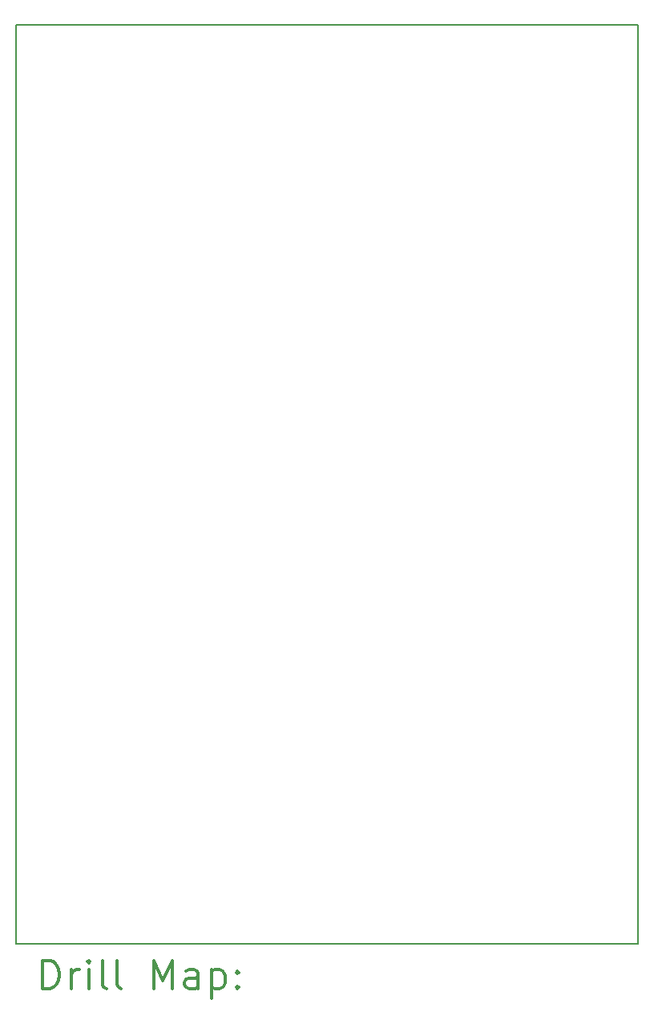
<source format=gbr>
%FSLAX45Y45*%
G04 Gerber Fmt 4.5, Leading zero omitted, Abs format (unit mm)*
G04 Created by KiCad (PCBNEW (5.0.2)-1) date 2019-02-21 19:34:58*
%MOMM*%
%LPD*%
G01*
G04 APERTURE LIST*
%ADD10C,0.150000*%
%ADD11C,0.200000*%
%ADD12C,0.300000*%
G04 APERTURE END LIST*
D10*
X9930000Y-4860000D02*
X16500000Y-4860000D01*
X16500000Y-14560000D02*
X16500000Y-4860000D01*
X9930000Y-14560000D02*
X16500000Y-14560000D01*
X9930000Y-4860000D02*
X9930000Y-14560000D01*
D11*
D12*
X10208928Y-15033214D02*
X10208928Y-14733214D01*
X10280357Y-14733214D01*
X10323214Y-14747500D01*
X10351786Y-14776071D01*
X10366071Y-14804643D01*
X10380357Y-14861786D01*
X10380357Y-14904643D01*
X10366071Y-14961786D01*
X10351786Y-14990357D01*
X10323214Y-15018929D01*
X10280357Y-15033214D01*
X10208928Y-15033214D01*
X10508928Y-15033214D02*
X10508928Y-14833214D01*
X10508928Y-14890357D02*
X10523214Y-14861786D01*
X10537500Y-14847500D01*
X10566071Y-14833214D01*
X10594643Y-14833214D01*
X10694643Y-15033214D02*
X10694643Y-14833214D01*
X10694643Y-14733214D02*
X10680357Y-14747500D01*
X10694643Y-14761786D01*
X10708928Y-14747500D01*
X10694643Y-14733214D01*
X10694643Y-14761786D01*
X10880357Y-15033214D02*
X10851786Y-15018929D01*
X10837500Y-14990357D01*
X10837500Y-14733214D01*
X11037500Y-15033214D02*
X11008928Y-15018929D01*
X10994643Y-14990357D01*
X10994643Y-14733214D01*
X11380357Y-15033214D02*
X11380357Y-14733214D01*
X11480357Y-14947500D01*
X11580357Y-14733214D01*
X11580357Y-15033214D01*
X11851786Y-15033214D02*
X11851786Y-14876071D01*
X11837500Y-14847500D01*
X11808928Y-14833214D01*
X11751786Y-14833214D01*
X11723214Y-14847500D01*
X11851786Y-15018929D02*
X11823214Y-15033214D01*
X11751786Y-15033214D01*
X11723214Y-15018929D01*
X11708928Y-14990357D01*
X11708928Y-14961786D01*
X11723214Y-14933214D01*
X11751786Y-14918929D01*
X11823214Y-14918929D01*
X11851786Y-14904643D01*
X11994643Y-14833214D02*
X11994643Y-15133214D01*
X11994643Y-14847500D02*
X12023214Y-14833214D01*
X12080357Y-14833214D01*
X12108928Y-14847500D01*
X12123214Y-14861786D01*
X12137500Y-14890357D01*
X12137500Y-14976071D01*
X12123214Y-15004643D01*
X12108928Y-15018929D01*
X12080357Y-15033214D01*
X12023214Y-15033214D01*
X11994643Y-15018929D01*
X12266071Y-15004643D02*
X12280357Y-15018929D01*
X12266071Y-15033214D01*
X12251786Y-15018929D01*
X12266071Y-15004643D01*
X12266071Y-15033214D01*
X12266071Y-14847500D02*
X12280357Y-14861786D01*
X12266071Y-14876071D01*
X12251786Y-14861786D01*
X12266071Y-14847500D01*
X12266071Y-14876071D01*
M02*

</source>
